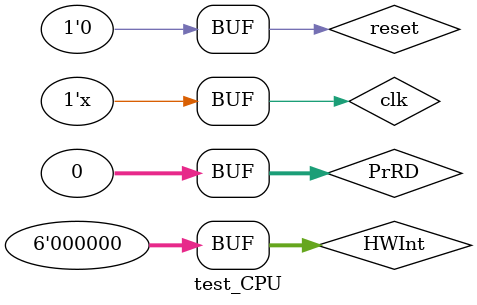
<source format=v>
`timescale 1ns / 1ps


module test_CPU;

	// Inputs
	reg clk;
	reg reset;
	reg [7:2] HWInt;
	reg [31:0] PrRD;

	// Outputs
	wire PrWe;
	//wire [3:0] PrBE;
	wire [31:0] PrWD;
	wire [31:0] PrAddr;

	// Instantiate the Unit Under Test (UUT)
	CPU uut (
		.clk(clk), 
		.reset(reset), 
		.HWInt(HWInt), 
		.PrRD(PrRD), 
		.PrWe(PrWe), 
		//.PrBE(PrBE), 
		.PrWD(PrWD), 
		.PrAddr(PrAddr)
	);

	initial begin
		// Initialize Inputs
		clk = 0;
		reset = 0;
		HWInt = 0;
		PrRD = 0;

		// Wait 100 ns for global reset to finish
		#100;
        
		// Add stimulus here

	end
     
	always #5 clk=~clk;
	  
endmodule


</source>
